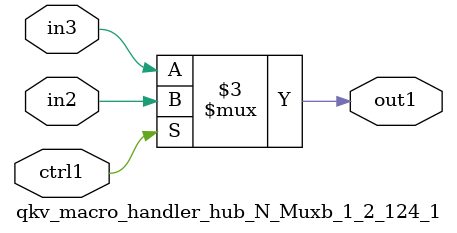
<source format=v>

`timescale 1ps / 1ps


module qkv_macro_handler_hub_N_Muxb_1_2_124_1( in3, in2, ctrl1, out1 );

    input in3;
    input in2;
    input ctrl1;
    output out1;
    reg out1;

    
    // rtl_process:qkv_macro_handler_hub_N_Muxb_1_2_124_1/qkv_macro_handler_hub_N_Muxb_1_2_124_1_thread_1
    always @*
      begin : qkv_macro_handler_hub_N_Muxb_1_2_124_1_thread_1
        case (ctrl1) 
          1'b1: 
            begin
              out1 = in2;
            end
          default: 
            begin
              out1 = in3;
            end
        endcase
      end

endmodule



</source>
